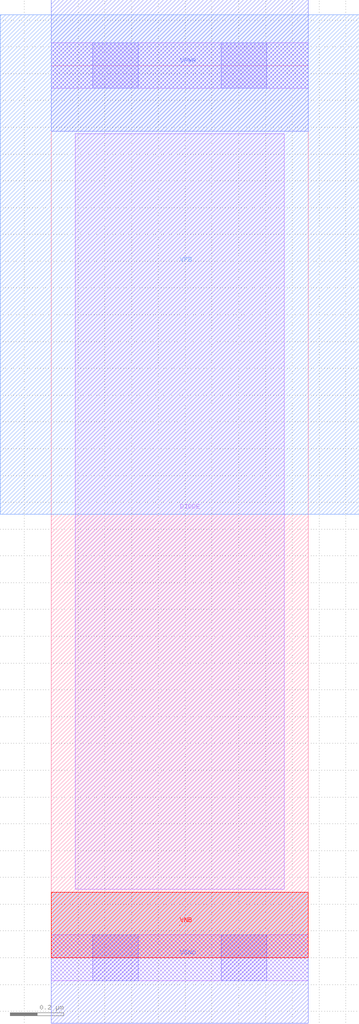
<source format=lef>
# Copyright 2020 The SkyWater PDK Authors
#
# Licensed under the Apache License, Version 2.0 (the "License");
# you may not use this file except in compliance with the License.
# You may obtain a copy of the License at
#
#     https://www.apache.org/licenses/LICENSE-2.0
#
# Unless required by applicable law or agreed to in writing, software
# distributed under the License is distributed on an "AS IS" BASIS,
# WITHOUT WARRANTIES OR CONDITIONS OF ANY KIND, either express or implied.
# See the License for the specific language governing permissions and
# limitations under the License.
#
# SPDX-License-Identifier: Apache-2.0

VERSION 5.7 ;
  NOWIREEXTENSIONATPIN ON ;
  DIVIDERCHAR "/" ;
  BUSBITCHARS "[]" ;
MACRO sky130_fd_sc_lp__diode_1
  CLASS CORE ANTENNACELL ;
  FOREIGN sky130_fd_sc_lp__diode_1 ;
  ORIGIN  0.000000  0.000000 ;
  SIZE  0.960000 BY  3.330000 ;
  SYMMETRY X Y R90 ;
  SITE unit ;
  PIN DIODE
    ANTENNADIFFAREA  0.745200 ;
    DIRECTION INOUT ;
    PORT
      LAYER li1 ;
        RECT 0.090000 0.255000 0.870000 3.075000 ;
    END
  END DIODE
  PIN VNB
    PORT
      LAYER pwell ;
        RECT 0.000000 0.000000 0.960000 0.245000 ;
    END
  END VNB
  PIN VPB
    PORT
      LAYER nwell ;
        RECT -0.190000 1.655000 1.150000 3.520000 ;
    END
  END VPB
  PIN VGND
    DIRECTION INOUT ;
    USE GROUND ;
    PORT
      LAYER met1 ;
        RECT 0.000000 -0.245000 0.960000 0.245000 ;
    END
  END VGND
  PIN VPWR
    DIRECTION INOUT ;
    USE POWER ;
    PORT
      LAYER met1 ;
        RECT 0.000000 3.085000 0.960000 3.575000 ;
    END
  END VPWR
  OBS
    LAYER li1 ;
      RECT 0.000000 -0.085000 0.960000 0.085000 ;
      RECT 0.000000  3.245000 0.960000 3.415000 ;
    LAYER mcon ;
      RECT 0.155000 -0.085000 0.325000 0.085000 ;
      RECT 0.155000  3.245000 0.325000 3.415000 ;
      RECT 0.635000 -0.085000 0.805000 0.085000 ;
      RECT 0.635000  3.245000 0.805000 3.415000 ;
  END
END sky130_fd_sc_lp__diode_1
END LIBRARY

</source>
